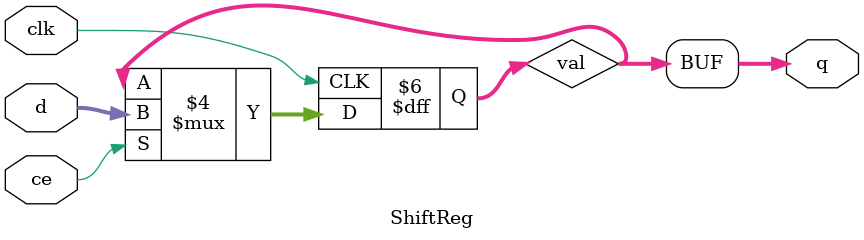
<source format=v>
`timescale 1ns / 1ps


module ShiftReg #(
    parameter BUS_WIDTH = 8 // DATA BUS WIDTH , 1 bit is default
    ) 

(
    input clk, 
    input ce, 
    input [ BUS_WIDTH-1 : 0] d, 
    output[ BUS_WIDTH-1 : 0] q
    );
    
    reg [ BUS_WIDTH-1 : 0 ]val = 0 ;
    always @(posedge clk) 
    begin 
    if(ce) 
    val<=d; 
    else 
    val<=val; 
    end
    
    assign q=val;
    
    endmodule

    

</source>
